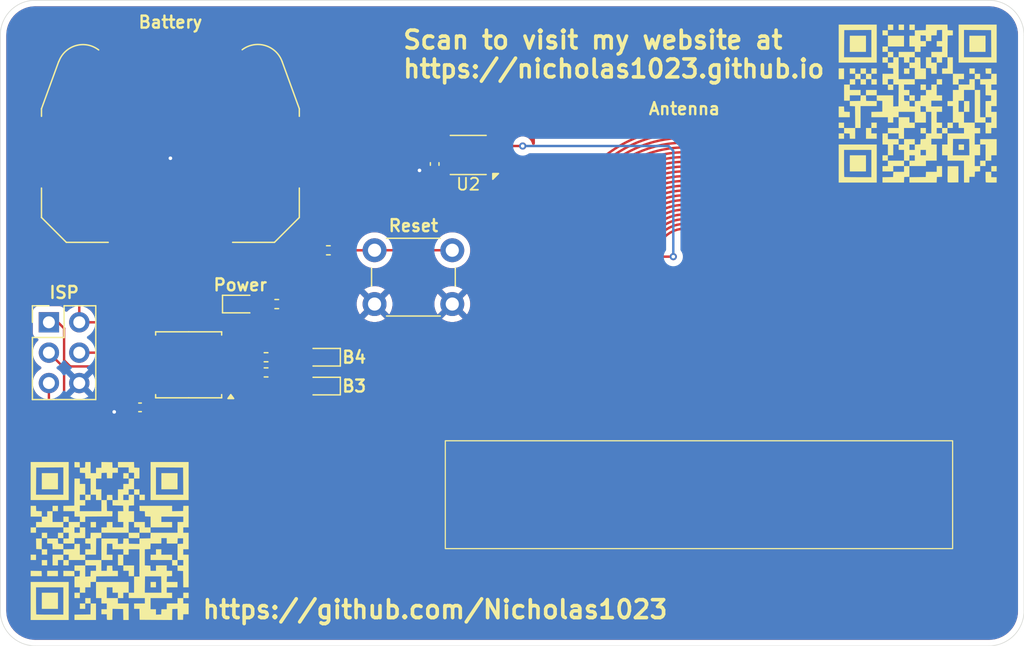
<source format=kicad_pcb>
(kicad_pcb (version 20241229) (generator "pcbnew") (generator_version "9.0")
  (layers (0 "F.Cu" signal) (2 "B.Cu" signal) (13 "F.Paste" user) (15 "B.Paste" user) (5 "F.SilkS" user "F.Silkscreen") (7 "B.SilkS" user "B.Silkscreen") (1 "F.Mask" user) (3 "B.Mask" user) (25 "Edge.Cuts" user))
  (net 0 "")
  (net 1 "+3.3V")
  (net 2 "GND")
  (net 3 "Net-(D1-A)")
  (net 4 "Net-(D2-A)")
  (net 5 "Net-(D3-A)")
  (net 6 "SCK")
  (net 7 "MISO")
  (net 8 "Reset")
  (net 9 "MOSI")
  (net 10 "Net-(U1-XTAL1{slash}PB3)")
  (net 11 "Net-(U1-XTAL2{slash}PB4)")
  (net 12 "Net-(U2-AC0)")
  (net 13 "Net-(U2-AC1)")
  (footprint "Button_Switch_THT:SW_PUSH_6mm" (layer "F.Cu") (at 133.402 108.276)
    (property "Reference" "SW1" (hide yes))
    (property "Value" "SW_Push")
    (pad "1" thru_hole circle (at 0 0 90) (size 2 2) (drill 1.1) (layers "*.Cu" "*.Mask") (net 8 "Reset"))
    (pad "1" thru_hole circle (at 6.5 0 90) (size 2 2) (drill 1.1) (layers "*.Cu" "*.Mask") (net 8 "Reset"))
    (pad "2" thru_hole circle (at 0 4.5 90) (size 2 2) (drill 1.1) (layers "*.Cu" "*.Mask") (net 2 "GND"))
    (pad "2" thru_hole circle (at 6.5 4.5 90) (size 2 2) (drill 1.1) (layers "*.Cu" "*.Mask") (net 2 "GND"))
  )
  (footprint "Battery:BatteryHolder_Keystone_3034_1x20mm" (layer "F.Cu") (at 116.332 100.076 180)
    (property "Reference" "BT1" (hide yes))
    (property "Value" "Battery_Cell")
    (pad "1" smd rect (at -10.985 0 180) (size 1.27 5.08) (layers "F.Cu" "F.Mask" "F.Paste") (net 1 "+3.3V"))
    (pad "1" smd rect (at 10.985 0 180) (size 1.27 5.08) (layers "F.Cu" "F.Mask" "F.Paste") (net 1 "+3.3V"))
    (pad "2" smd circle (at 0 0 180) (size 17.8 17.8) (layers "F.Cu" "F.Mask") (net 2 "GND"))
  )
  (footprint "LOGO" (layer "F.Cu") (at 111.252 132.588)
    (property "Reference" "G***" (hide yes))
    (property "Value" "LOGO" (hide yes))
  )
  (footprint "Resistor_SMD:R_0402_1005Metric" (layer "F.Cu") (at 124.331 117.221)
    (property "Reference" "R2" (hide yes))
    (property "Value" "220 ohm")
    (pad "1" smd roundrect (at -0.51 0) (size 0.54 0.64) (layers "F.Cu" "F.Mask" "F.Paste") (net 11 "Net-(U1-XTAL2{slash}PB4)"))
    (pad "2" smd roundrect (at 0.51 0) (size 0.54 0.64) (layers "F.Cu" "F.Mask" "F.Paste") (net 4 "Net-(D2-A)"))
  )
  (footprint "LED_SMD:LED_0603_1608Metric" (layer "F.Cu") (at 129.0575 117.221 180)
    (property "Reference" "D2" (hide yes))
    (property "Value" "LED")
    (pad "1" smd roundrect (at -0.7875 0 180) (size 0.875 0.95) (layers "F.Cu" "F.Mask" "F.Paste") (net 2 "GND"))
    (pad "2" smd roundrect (at 0.7875 0 180) (size 0.875 0.95) (layers "F.Cu" "F.Mask" "F.Paste") (net 4 "Net-(D2-A)"))
  )
  (footprint "LED_SMD:LED_0603_1608Metric" (layer "F.Cu") (at 122.174 112.776)
    (property "Reference" "D3" (hide yes))
    (property "Value" "LED")
    (pad "1" smd roundrect (at -0.7875 0) (size 0.875 0.95) (layers "F.Cu" "F.Mask" "F.Paste") (net 2 "GND"))
    (pad "2" smd roundrect (at 0.7875 0) (size 0.875 0.95) (layers "F.Cu" "F.Mask" "F.Paste") (net 5 "Net-(D3-A)"))
  )
  (footprint "LOGO" (layer "F.Cu") (at 178.816 96.012)
    (property "Reference" "G***" (hide yes))
    (property "Value" "LOGO" (hide yes))
  )
  (footprint "Package_DFN_QFN:ST_UFDFPN-12-1EP_3x3mm_P0.5mm_EP1.4x2.55mm" (layer "F.Cu") (at 141.2355 100.31 180)
    (property "Reference" "U2" (at 0 -2.45 0) (layer "F.SilkS"))
    (property "Value" "ST25DV64K-JFR6D3")
    (pad "1" smd roundrect (at -1.5125 -1.25 180) (size 0.725 0.25) (layers "F.Cu" "F.Mask" "F.Paste"))
    (pad "2" smd roundrect (at -1.5125 -0.75 180) (size 0.725 0.25) (layers "F.Cu" "F.Mask" "F.Paste"))
    (pad "3" smd roundrect (at -1.5125 -0.25 180) (size 0.725 0.25) (layers "F.Cu" "F.Mask" "F.Paste"))
    (pad "4" smd roundrect (at -1.5125 0.25 180) (size 0.725 0.25) (layers "F.Cu" "F.Mask" "F.Paste") (net 12 "Net-(U2-AC0)"))
    (pad "5" smd roundrect (at -1.5125 0.75 180) (size 0.725 0.25) (layers "F.Cu" "F.Mask" "F.Paste") (net 13 "Net-(U2-AC1)"))
    (pad "6" smd roundrect (at -1.5125 1.25 180) (size 0.725 0.25) (layers "F.Cu" "F.Mask" "F.Paste") (net 2 "GND"))
    (pad "7" smd roundrect (at 1.5125 1.25 180) (size 0.725 0.25) (layers "F.Cu" "F.Mask" "F.Paste"))
    (pad "8" smd roundrect (at 1.5125 0.75 180) (size 0.725 0.25) (layers "F.Cu" "F.Mask" "F.Paste"))
    (pad "9" smd roundrect (at 1.5125 0.25 180) (size 0.725 0.25) (layers "F.Cu" "F.Mask" "F.Paste"))
    (pad "10" smd roundrect (at 1.5125 -0.25 180) (size 0.725 0.25) (layers "F.Cu" "F.Mask" "F.Paste") (net 1 "+3.3V"))
    (pad "11" smd roundrect (at 1.5125 -0.75 180) (size 0.725 0.25) (layers "F.Cu" "F.Mask" "F.Paste"))
    (pad "12" smd roundrect (at 1.5125 -1.25 180) (size 0.725 0.25) (layers "F.Cu" "F.Mask" "F.Paste") (net 1 "+3.3V"))
    (pad "13" smd rect (at 0 0 180) (size 1.4 2.55) (property pad_prop_heatsink) (layers "F.Cu" "F.Mask"))
  )
  (footprint "LED_SMD:LED_0603_1608Metric" (layer "F.Cu") (at 129.0575 119.634 180)
    (property "Reference" "D1" (hide yes))
    (property "Value" "LED")
    (pad "1" smd roundrect (at -0.7875 0 180) (size 0.875 0.95) (layers "F.Cu" "F.Mask" "F.Paste") (net 2 "GND"))
    (pad "2" smd roundrect (at 0.7875 0 180) (size 0.875 0.95) (layers "F.Cu" "F.Mask" "F.Paste") (net 3 "Net-(D1-A)"))
  )
  (footprint "Resistor_SMD:R_0402_1005Metric" (layer "F.Cu") (at 125.224 112.776 180)
    (property "Reference" "R3" (hide yes))
    (property "Value" "220 ohm")
    (pad "1" smd roundrect (at -0.51 0 180) (size 0.54 0.64) (layers "F.Cu" "F.Mask" "F.Paste") (net 1 "+3.3V"))
    (pad "2" smd roundrect (at 0.51 0 180) (size 0.54 0.64) (layers "F.Cu" "F.Mask" "F.Paste") (net 5 "Net-(D3-A)"))
  )
  (footprint "Library:NFC Coil" (layer "F.Cu") (at 159.512 108.812 180)
    (property "Reference" "AE1" (hide yes))
    (property "Value" "Antenna_Loop")
    (fp_line (start 10.93 0) (end 10.93 -1) (stroke (width 0.2)) (layer "F.Cu"))
    (fp_line (start 10.93 -1) (end 11.63 -1) (stroke (width 0.2)) (layer "F.Cu"))
    (fp_line (start 2.13 0) (end 1.13 0) (stroke (width 0.2)) (layer "F.Cu"))
    (fp_arc (start 10.93 0) (mid 0.2 10.73) (end -10.53 0) (stroke (width 0.2)) (layer "F.Cu"))
    (fp_arc (start 10.53 0) (mid 0.2 10.33) (end -10.13 0) (stroke (width 0.2)) (layer "F.Cu"))
    (fp_arc (start 10.13 0) (mid 0.2 9.93) (end -9.73 0) (stroke (width 0.2)) (layer "F.Cu"))
    (fp_arc (start 9.73 0) (mid 0.2 9.53) (end -9.33 0) (stroke (width 0.2)) (layer "F.Cu"))
    (fp_arc (start 9.33 0) (mid 0.2 9.13) (end -8.93 0) (stroke (width 0.2)) (layer "F.Cu"))
    (fp_arc (start 8.93 0) (mid 0.2 8.73) (end -8.53 0) (stroke (width 0.2)) (layer "F.Cu"))
    (fp_arc (start 8.53 0) (mid 0.2 8.33) (end -8.13 0) (stroke (width 0.2)) (layer "F.Cu"))
    (fp_arc (start 8.13 0) (mid 0.2 7.93) (end -7.73 0) (stroke (width 0.2)) (layer "F.Cu"))
    (fp_arc (start 7.73 0) (mid 0.2 7.53) (end -7.33 0) (stroke (width 0.2)) (layer "F.Cu"))
    (fp_arc (start 7.33 0) (mid 0.2 7.13) (end -6.93 0) (stroke (width 0.2)) (layer "F.Cu"))
    (fp_arc (start 6.93 0) (mid 0.2 6.73) (end -6.53 0) (stroke (width 0.2)) (layer "F.Cu"))
    (fp_arc (start 6.53 0) (mid 0.2 6.33) (end -6.13 0) (stroke (width 0.2)) (layer "F.Cu"))
    (fp_arc (start 6.13 0) (mid 0.2 5.93) (end -5.73 0) (stroke (width 0.2)) (layer "F.Cu"))
    (fp_arc (start 5.73 0) (mid 0.2 5.53) (end -5.33 0) (stroke (width 0.2)) (layer "F.Cu"))
    (fp_arc (start 5.33 0) (mid 0.2 5.13) (end -4.93 0) (stroke (width 0.2)) (layer "F.Cu"))
    (fp_arc (start 4.93 0) (mid 0.2 4.73) (end -4.53 0) (stroke (width 0.2)) (layer "F.Cu"))
    (fp_arc (start 4.53 0) (mid 0.2 4.33) (end -4.13 0) (stroke (width 0.2)) (layer "F.Cu"))
    (fp_arc (start 4.13 0) (mid 0.2 3.93) (end -3.73 0) (stroke (width 0.2)) (layer "F.Cu"))
    (fp_arc (start 3.73 0) (mid 0.2 3.53) (end -3.33 0) (stroke (width 0.2)) (layer "F.Cu"))
    (fp_arc (start 3.33 0) (mid 0.2 3.13) (end -2.93 0) (stroke (width 0.2)) (layer "F.Cu"))
    (fp_arc (start 2.93 0) (mid 0.2 2.73) (end -2.53 0) (stroke (width 0.2)) (layer "F.Cu"))
    (fp_arc (start 2.53 0) (mid 0.2 2.33) (end -2.13 0) (stroke (width 0.2)) (layer "F.Cu"))
    (fp_arc (start -2.13 0) (mid 0 -2.13) (end 2.13 0) (stroke (width 0.2)) (layer "F.Cu"))
    (fp_arc (start -2.53 0) (mid 0 -2.53) (end 2.53 0) (stroke (width 0.2)) (layer "F.Cu"))
    (fp_arc (start -2.93 0) (mid 0 -2.93) (end 2.93 0) (stroke (width 0.2)) (layer "F.Cu"))
    (fp_arc (start -3.33 0) (mid 0 -3.33) (end 3.33 0) (stroke (width 0.2)) (layer "F.Cu"))
    (fp_arc (start -3.73 0) (mid 0 -3.73) (end 3.73 0) (stroke (width 0.2)) (layer "F.Cu"))
    (fp_arc (start -4.13 0) (mid 0 -4.13) (end 4.13 0) (stroke (width 0.2)) (layer "F.Cu"))
    (fp_arc (start -4.53 0) (mid 0 -4.53) (end 4.53 0) (stroke (width 0.2)) (layer "F.Cu"))
    (fp_arc (start -4.93 0) (mid 0 -4.93) (end 4.93 0) (stroke (width 0.2)) (layer "F.Cu"))
    (fp_arc (start -5.33 0) (mid 0 -5.33) (end 5.33 0) (stroke (width 0.2)) (layer "F.Cu"))
    (fp_arc (start -5.73 0) (mid 0 -5.73) (end 5.73 0) (stroke (width 0.2)) (layer "F.Cu"))
    (fp_arc (start -6.13 0) (mid 0 -6.13) (end 6.13 0) (stroke (width 0.2)) (layer "F.Cu"))
    (fp_arc (start -6.53 0) (mid 0 -6.53) (end 6.53 0) (stroke (width 0.2)) (layer "F.Cu"))
    (fp_arc (start -6.93 0) (mid 0 -6.93) (end 6.93 0) (stroke (width 0.2)) (layer "F.Cu"))
    (fp_arc (start -7.33 0) (mid 0 -7.33) (end 7.33 0) (stroke (width 0.2)) (layer "F.Cu"))
    (fp_arc (start -7.73 0) (mid 0 -7.73) (end 7.73 0) (stroke (width 0.2)) (layer "F.Cu"))
    (fp_arc (start -8.13 0) (mid 0 -8.13) (end 8.13 0) (stroke (width 0.2)) (layer "F.Cu"))
    (fp_arc (start -8.53 0) (mid 0 -8.53) (end 8.53 0) (stroke (width 0.2)) (layer "F.Cu"))
    (fp_arc (start -8.93 0) (mid 0 -8.93) (end 8.93 0) (stroke (width 0.2)) (layer "F.Cu"))
    (fp_arc (start -9.33 0) (mid 0 -9.33) (end 9.33 0) (stroke (width 0.2)) (layer "F.Cu"))
    (fp_arc (start -9.73 0) (mid 0 -9.73) (end 9.73 0) (stroke (width 0.2)) (layer "F.Cu"))
    (fp_arc (start -10.13 0) (mid 0 -10.13) (end 10.13 0) (stroke (width 0.2)) (layer "F.Cu"))
    (fp_arc (start -10.53 0) (mid 0 -10.53) (end 10.53 0) (stroke (width 0.2)) (layer "F.Cu"))
    (pad "1" smd roundrect (at 12.23 -1 180) (size 1.6 0.2) (layers "F.Cu") (net 12 "Net-(U2-AC0)"))
    (pad "2" thru_hole circle (at 1.13 0 180) (size 0.6 0.6) (drill 0.3) (layers "*.Cu") (net 13 "Net-(U2-AC1)"))
  )
  (footprint "Package_SO:SOIC-8_5.3x5.3mm_P1.27mm" (layer "F.Cu") (at 117.856 117.856 180)
    (property "Reference" "U1" (hide yes))
    (property "Value" "ATtiny25V-10S")
    (pad "1" smd roundrect (at -3.5875 -1.905 180) (size 1.625 0.65) (layers "F.Cu" "F.Mask" "F.Paste") (net 8 "Reset"))
    (pad "2" smd roundrect (at -3.5875 -0.635 180) (size 1.625 0.65) (layers "F.Cu" "F.Mask" "F.Paste") (net 10 "Net-(U1-XTAL1{slash}PB3)"))
    (pad "3" smd roundrect (at -3.5875 0.635 180) (size 1.625 0.65) (layers "F.Cu" "F.Mask" "F.Paste") (net 11 "Net-(U1-XTAL2{slash}PB4)"))
    (pad "4" smd roundrect (at -3.5875 1.905 180) (size 1.625 0.65) (layers "F.Cu" "F.Mask" "F.Paste") (net 2 "GND"))
    (pad "5" smd roundrect (at 3.5875 1.905 180) (size 1.625 0.65) (layers "F.Cu" "F.Mask" "F.Paste") (net 9 "MOSI"))
    (pad "6" smd roundrect (at 3.5875 0.635 180) (size 1.625 0.65) (layers "F.Cu" "F.Mask" "F.Paste") (net 7 "MISO"))
    (pad "7" smd roundrect (at 3.5875 -0.635 180) (size 1.625 0.65) (layers "F.Cu" "F.Mask" "F.Paste") (net 6 "SCK"))
    (pad "8" smd roundrect (at 3.5875 -1.905 180) (size 1.625 0.65) (layers "F.Cu" "F.Mask" "F.Paste") (net 1 "+3.3V"))
  )
  (footprint "Capacitor_SMD:C_0402_1005Metric" (layer "F.Cu") (at 138.43 101.064 -90)
    (property "Reference" "C3" (hide yes))
    (property "Value" "0.1uF")
    (pad "1" smd roundrect (at -0.48 0 270) (size 0.56 0.62) (layers "F.Cu" "F.Mask" "F.Paste") (net 1 "+3.3V"))
    (pad "2" smd roundrect (at 0.48 0 270) (size 0.56 0.62) (layers "F.Cu" "F.Mask" "F.Paste") (net 2 "GND"))
  )
  (footprint "Resistor_SMD:R_0402_1005Metric" (layer "F.Cu") (at 129.54 108.2802)
    (property "Reference" "R4" (hide yes))
    (property "Value" "220 ohm")
    (pad "1" smd roundrect (at -0.51 0) (size 0.54 0.64) (layers "F.Cu" "F.Mask" "F.Paste") (net 1 "+3.3V"))
    (pad "2" smd roundrect (at 0.51 0) (size 0.54 0.64) (layers "F.Cu" "F.Mask" "F.Paste") (net 8 "Reset"))
  )
  (footprint "Capacitor_SMD:C_0402_1005Metric" (layer "F.Cu") (at 113.792 121.412 180)
    (property "Reference" "C1" (hide yes))
    (property "Value" "0.1uF")
    (pad "1" smd roundrect (at -0.48 0 180) (size 0.56 0.62) (layers "F.Cu" "F.Mask" "F.Paste") (net 1 "+3.3V"))
    (pad "2" smd roundrect (at 0.48 0 180) (size 0.56 0.62) (layers "F.Cu" "F.Mask" "F.Paste") (net 2 "GND"))
  )
  (footprint "Connector_PinHeader_2.54mm:PinHeader_2x03_P2.54mm_Vertical" (layer "F.Cu") (at 106.172 114.3)
    (property "Reference" "J1" (hide yes))
    (property "Value" "AVR-ISP-6")
    (pad "1" thru_hole rect (at 0 0) (size 1.7 1.7) (drill 1) (layers "*.Cu" "*.Mask") (net 7 "MISO"))
    (pad "2" thru_hole circle (at 2.54 0) (size 1.7 1.7) (drill 1) (layers "*.Cu" "*.Mask") (net 1 "+3.3V"))
    (pad "3" thru_hole circle (at 0 2.54) (size 1.7 1.7) (drill 1) (layers "*.Cu" "*.Mask") (net 6 "SCK"))
    (pad "4" thru_hole circle (at 2.54 2.54) (size 1.7 1.7) (drill 1) (layers "*.Cu" "*.Mask") (net 9 "MOSI"))
    (pad "5" thru_hole circle (at 0 5.08) (size 1.7 1.7) (drill 1) (layers "*.Cu" "*.Mask") (net 8 "Reset"))
    (pad "6" thru_hole circle (at 2.54 5.08) (size 1.7 1.7) (drill 1) (layers "*.Cu" "*.Mask") (net 2 "GND"))
  )
  (footprint "Resistor_SMD:R_0402_1005Metric" (layer "F.Cu") (at 124.333 118.491)
    (property "Reference" "R1" (hide yes))
    (property "Value" "220 ohm")
    (pad "1" smd roundrect (at -0.51 0) (size 0.54 0.64) (layers "F.Cu" "F.Mask" "F.Paste") (net 10 "Net-(U1-XTAL1{slash}PB3)"))
    (pad "2" smd roundrect (at 0.51 0) (size 0.54 0.64) (layers "F.Cu" "F.Mask" "F.Paste") (net 3 "Net-(D1-A)"))
  )
  (gr_rect (start 139.319 124.206) (end 181.737 133.223) (stroke (width 0.1)) (fill no) (layer "F.SilkS"))
  (gr_line (start 184.785 87.376) (end 105.029 87.376) (stroke (width 0.05)) (layer "Edge.Cuts"))
  (gr_line (start 102.108 90.297) (end 102.108 138.43) (stroke (width 0.05)) (layer "Edge.Cuts"))
  (gr_line (start 105.029 141.351) (end 184.785 141.351) (stroke (width 0.05)) (layer "Edge.Cuts"))
  (gr_arc (start 102.108 90.297) (mid 102.963541 88.231541) (end 105.029 87.376) (stroke (width 0.05)) (layer "Edge.Cuts"))
  (gr_line (start 187.706 138.43) (end 187.706 90.297) (stroke (width 0.05)) (layer "Edge.Cuts"))
  (gr_arc (start 184.785 87.376) (mid 186.850459 88.231541) (end 187.706 90.297) (stroke (width 0.05)) (layer "Edge.Cuts"))
  (gr_arc (start 105.029 141.351) (mid 102.963541 140.495459) (end 102.108 138.43) (stroke (width 0.05)) (layer "Edge.Cuts"))
  (gr_arc (start 187.706 138.43) (mid 186.850459 140.495459) (end 184.785 141.351) (stroke (width 0.05)) (layer "Edge.Cuts"))
  (gr_text "Nicholas Lim" (at 139.827 129.286 0) (layer "F.Cu") (effects (font (size 3 3) (thickness 0.6) (bold yes)) (justify left bottom)))
  (gr_text "Front-end & Hardware Developer" (at 140.208 132.08 0) (layer "F.Cu") (effects (font (size 1.6 1.6) (thickness 0.32) (bold yes)) (justify left bottom)))
  (gr_text "Battery" (at 116.332 89.789 0) (layer "F.SilkS") (effects (font (size 1 1) (thickness 0.2) (bold yes)) (justify bottom)))
  (gr_text "Antenna" (at 159.312 97.028 0) (layer "F.SilkS") (effects (font (size 1 1) (thickness 0.2) (bold yes)) (justify bottom)))
  (gr_text "Power" (at 122.174 111.76 0) (layer "F.SilkS") (effects (font (size 1 1) (thickness 0.2) (bold yes)) (justify bottom)))
  (gr_text "https://github.com/Nicholas1023" (at 118.872 139.192 0) (layer "F.SilkS") (effects (font (size 1.5 1.5) (thickness 0.3) (bold yes)) (justify left bottom)))
  (gr_text "B4" (at 131.699 117.221 0) (layer "F.SilkS") (effects (font (size 1 1) (thickness 0.2) (bold yes))))
  (gr_text "ISP" (at 107.447 112.395 0) (layer "F.SilkS") (effects (font (size 1 1) (thickness 0.2) (bold yes)) (justify bottom)))
  (gr_text "B3" (at 131.699 119.634 0) (layer "F.SilkS") (effects (font (size 1 1) (thickness 0.2) (bold yes))))
  (gr_text "Reset" (at 136.652 106.807 0) (layer "F.SilkS") (effects (font (size 1 1) (thickness 0.2) (bold yes)) (justify bottom)))
  (gr_text "Scan to visit my website at\nhttps://nicholas1023.github.io" (at 135.636 93.98 0) (layer "F.SilkS") (effects (font (size 1.5 1.5) (thickness 0.3) (bold yes)) (justify left bottom)))
  (segment (start 115.697 114.681) (end 115.316 114.3) (width 0.2) (layer "F.Cu") (net 1))
  (segment (start 105.347 110.681) (end 105.918 111.252) (width 0.2) (layer "F.Cu") (net 1))
  (segment (start 127.317 113.856) (end 127.317 112.268) (width 0.2) (layer "F.Cu") (net 1))
  (segment (start 105.347 100.076) (end 105.347 110.681) (width 0.2) (layer "F.Cu") (net 1))
  (segment (start 139.723 102.466) (end 139.446 102.743) (width 0.2) (layer "F.Cu") (net 1))
  (segment (start 138.454 100.56) (end 138.43 100.584) (width 0.2) (layer "F.Cu") (net 1))
  (segment (start 139.723 101.56) (end 139.723 102.466) (width 0.2) (layer "F.Cu") (net 1))
  (segment (start 126.873 114.3) (end 127.317 113.856) (width 0.2) (layer "F.Cu") (net 1))
  (segment (start 108.331 111.252) (end 108.712 111.633) (width 0.2) (layer "F.Cu") (net 1))
  (segment (start 115.697 119.38) (end 115.697 114.681) (width 0.2) (layer "F.Cu") (net 1))
  (segment (start 115.316 114.3) (end 126.873 114.3) (width 0.2) (layer "F.Cu") (net 1))
  (segment (start 114.272 121.412) (end 114.272 119.7645) (width 0.2) (layer "F.Cu") (net 1))
  (segment (start 135.636 100.584) (end 127.825 100.584) (width 0.2) (layer "F.Cu") (net 1))
  (segment (start 105.918 111.252) (end 108.331 111.252) (width 0.2) (layer "F.Cu") (net 1))
  (segment (start 108.712 111.633) (end 108.712 114.3) (width 0.2) (layer "F.Cu") (net 1))
  (segment (start 127.317 112.268) (end 127.317 108.839) (width 0.2) (layer "F.Cu") (net 1))
  (segment (start 136.017 100.965) (end 135.636 100.584) (width 0.2) (layer "F.Cu") (net 1))
  (segment (start 136.017 102.489) (end 136.017 100.965) (width 0.2) (layer "F.Cu") (net 1))
  (segment (start 139.446 102.743) (end 136.271 102.743) (width 0.2) (layer "F.Cu") (net 1))
  (segment (start 127.8758 108.2802) (end 127.317 108.839) (width 0.2) (layer "F.Cu") (net 1))
  (segment (start 127.317 108.839) (end 127.317 100.076) (width 0.2) (layer "F.Cu") (net 1))
  (segment (start 115.316 114.3) (end 108.712 114.3) (width 0.2) (layer "F.Cu") (net 1))
  (segment (start 114.2685 119.761) (end 115.316 119.761) (width 0.2) (layer "F.Cu") (net 1))
  (segment (start 125.734 112.776) (end 126.809 112.776) (width 0.2) (layer "F.Cu") (net 1))
  (segment (start 129.03 108.2802) (end 127.8758 108.2802) (width 0.2) (layer "F.Cu") (net 1))
  (segment (start 127.825 100.584) (end 127.317 100.076) (width 0.2) (layer "F.Cu") (net 1))
  (segment (start 115.316 119.761) (end 115.697 119.38) (width 0.2) (layer "F.Cu") (net 1))
  (segment (start 138.43 100.584) (end 135.636 100.584) (width 0.2) (layer "F.Cu") (net 1))
  (segment (start 126.809 112.776) (end 127.317 112.268) (width 0.2) (layer "F.Cu") (net 1))
  (segment (start 139.723 100.56) (end 138.454 100.56) (width 0.2) (layer "F.Cu") (net 1))
  (segment (start 114.272 119.7645) (end 114.2685 119.761) (width 0.2) (layer "F.Cu") (net 1))
  (segment (start 136.271 102.743) (end 136.017 102.489) (width 0.2) (layer "F.Cu") (net 1))
  (segment (start 113.312 121.412) (end 112.014 121.412) (width 0.2) (layer "F.Cu") (net 2))
  (segment (start 142.748 93.218) (end 142.24 92.71) (width 0.2) (layer "F.Cu") (net 2))
  (segment (start 142.748 99.06) (end 142.748 93.218) (width 0.2) (layer "F.Cu") (net 2))
  (segment (start 123.698 92.71) (end 116.332 100.076) (width 0.2) (layer "F.Cu") (net 2))
  (segment (start 112.014 121.412) (end 111.633 121.793) (width 0.2) (layer "F.Cu") (net 2))
  (segment (start 142.24 92.71) (end 123.698 92.71) (width 0.2) (layer "F.Cu") (net 2))
  (via (at 116.332 100.584) (size 0.6) (drill 0.3) (layers "F.Cu" "B.Cu") (net 2))
  (via (at 137.16 101.6) (size 0.6) (drill 0.3) (layers "F.Cu" "B.Cu") (net 2))
  (via (at 111.633 121.793) (size 0.6) (drill 0.3) (layers "F.Cu" "B.Cu") (net 2))
  (segment (start 125.095 119.634) (end 128.27 119.634) (width 0.2) (layer "F.Cu") (net 3))
  (segment (start 124.843 119.382) (end 125.095 119.634) (width 0.2) (layer "F.Cu") (net 3))
  (segment (start 124.843 118.491) (end 124.843 119.382) (width 0.2) (layer "F.Cu") (net 3))
  (segment (start 128.27 117.221) (end 124.841 117.221) (width 0.2) (layer "F.Cu") (net 4))
  (segment (start 124.714 112.776) (end 122.9615 112.776) (width 0.2) (layer "F.Cu") (net 5))
  (segment (start 107.442 120.523) (end 107.442 118.11) (width 0.2) (layer "F.Cu") (net 6))
  (segment (start 112.649 118.491) (end 112.268 118.872) (width 0.2) (layer "F.Cu") (net 6))
  (segment (start 107.442 118.11) (end 106.172 116.84) (width 0.2) (layer "F.Cu") (net 6))
  (segment (start 107.823 120.904) (end 107.442 120.523) (width 0.2) (layer "F.Cu") (net 6))
  (segment (start 114.2685 118.491) (end 112.649 118.491) (width 0.2) (layer "F.Cu") (net 6))
  (segment (start 112.268 118.872) (end 112.268 120.523) (width 0.2) (layer "F.Cu") (net 6))
  (segment (start 111.887 120.904) (end 107.823 120.904) (width 0.2) (layer "F.Cu") (net 6))
  (segment (start 112.268 120.523) (end 111.887 120.904) (width 0.2) (layer "F.Cu") (net 6))
  (segment (start 106.934 114.3) (end 106.172 114.3) (width 0.2) (layer "F.Cu") (net 7))
  (segment (start 111.752 117.991) (end 107.958 117.991) (width 0.2) (layer "F.Cu") (net 7))
  (segment (start 114.2685 117.221) (end 112.522 117.221) (width 0.2) (layer "F.Cu") (net 7))
  (segment (start 107.442 114.808) (end 106.934 114.3) (width 0.2) (layer "F.Cu") (net 7))
  (segment (start 107.442 117.475) (end 107.442 114.808) (width 0.2) (layer "F.Cu") (net 7))
  (segment (start 112.522 117.221) (end 111.752 117.991) (width 0.2) (layer "F.Cu") (net 7))
  (segment (start 107.958 117.991) (end 107.442 117.475) (width 0.2) (layer "F.Cu") (net 7))
  (segment (start 129.667 114.808) (end 130.05 114.425) (width 0.2) (layer "F.Cu") (net 8))
  (segment (start 120.142 119.761) (end 119.761 119.38) (width 0.2) (layer "F.Cu") (net 8))
  (segment (start 106.172 122.174) (end 106.172 119.38) (width 0.2) (layer "F.Cu") (net 8))
  (segment (start 130.05 114.425) (end 130.05 108.2802) (width 0.2) (layer "F.Cu") (net 8))
  (segment (start 121.4435 122.2495) (end 121.158 122.535) (width 0.2) (layer "F.Cu") (net 8))
  (segment (start 121.4435 119.761) (end 120.142 119.761) (width 0.2) (layer "F.Cu") (net 8))
  (segment (start 119.761 119.38) (end 119.761 115.189) (width 0.2) (layer "F.Cu") (net 8))
  (segment (start 121.4435 119.761) (end 121.4435 122.2495) (width 0.2) (layer "F.Cu") (net 8))
  (segment (start 130.05 108.2802) (end 133.3978 108.2802) (width 0.2) (layer "F.Cu") (net 8))
  (segment (start 120.142 114.808) (end 129.667 114.808) (width 0.2) (layer "F.Cu") (net 8))
  (segment (start 133.402 108.276) (end 139.902 108.276) (width 0.2) (layer "F.Cu") (net 8))
  (segment (start 133.3978 108.2802) (end 133.402 108.276) (width 0.2) (layer "F.Cu") (net 8))
  (segment (start 106.533 122.535) (end 106.172 122.174) (width 0.2) (layer "F.Cu") (net 8))
  (segment (start 119.761 115.189) (end 120.142 114.808) (width 0.2) (layer "F.Cu") (net 8))
  (segment (start 121.158 122.535) (end 106.533 122.535) (width 0.2) (layer "F.Cu") (net 8))
  (segment (start 110.744 116.84) (end 108.712 116.84) (width 0.2) (layer "F.Cu") (net 9))
  (segment (start 111.633 115.951) (end 110.744 116.84) (width 0.2) (layer "F.Cu") (net 9))
  (segment (start 114.2685 115.951) (end 111.633 115.951) (width 0.2) (layer "F.Cu") (net 9))
  (segment (start 123.823 118.491) (end 121.4435 118.491) (width 0.2) (layer "F.Cu") (net 10))
  (segment (start 123.821 117.221) (end 121.4435 117.221) (width 0.2) (layer "F.Cu") (net 11))
  (segment (start 143.764 100.33) (end 143.494 100.06) (width 0.2) (layer "F.Cu") (net 12))
  (segment (start 143.764 109.22) (end 143.764 100.33) (width 0.2) (layer "F.Cu") (net 12))
  (segment (start 143.494 100.06) (end 142.748 100.06) (width 0.2) (layer "F.Cu") (net 12))
  (segment (start 147.282 109.812) (end 144.356 109.812) (width 0.2) (layer "F.Cu") (net 12))
  (segment (start 144.356 109.812) (end 143.764 109.22) (width 0.2) (layer "F.Cu") (net 12))
  (segment (start 142.748 99.56) (end 145.788 99.56) (width 0.2) (layer "F.Cu") (net 13))
  (via (at 145.788 99.56) (size 0.6) (drill 0.3) (layers "F.Cu" "B.Cu") (net 13))
  (segment (start 145.788 99.56) (end 157.98 99.56) (width 0.2) (layer "B.Cu") (net 13))
  (segment (start 157.98 99.56) (end 158.382 99.962) (width 0.2) (layer "B.Cu") (net 13))
  (segment (start 158.382 99.962) (end 158.382 108.812) (width 0.2) (layer "B.Cu") (net 13))
  (zone (net 0) (net_name "") (layer "F.Cu") (connect_pads (clearance 0)) (min_thickness 0.25)
    (keepout (tracks allowed) (vias allowed) (pads allowed) (copperpour not_allowed) (footprints allowed))
    (fill (thermal_gap 0.5) (thermal_bridge_width 0.5))
    (polygon (pts (xy 146.812 120.396) (xy 146.812 97.028) (xy 171.196 97.028) (xy 171.196 120.396)))
  )
  (zone (net 2) (net_name "GND") (layer "F.Cu") (connect_pads (clearance 0.5)) (min_thickness 0.25) (fill yes (thermal_gap 0.5) (thermal_bridge_width 0.5))
    (polygon (pts (xy 187.706 141.351) (xy 102.108 141.351) (xy 102.108 87.376) (xy 187.706 87.376)))
    (polygon (pts (xy 139.319 124.206) (xy 139.319 133.223) (xy 181.737 133.223) (xy 181.737 124.206)))
  )
  (zone (net 2) (net_name "GND") (layer "B.Cu") (priority 1) (connect_pads (clearance 0.5)) (min_thickness 0.25) (fill yes (thermal_gap 0.5) (thermal_bridge_width 0.5))
    (polygon (pts (xy 187.706 141.351) (xy 187.706 87.376) (xy 102.108 87.376) (xy 102.108 141.351)))
  )
)
</source>
